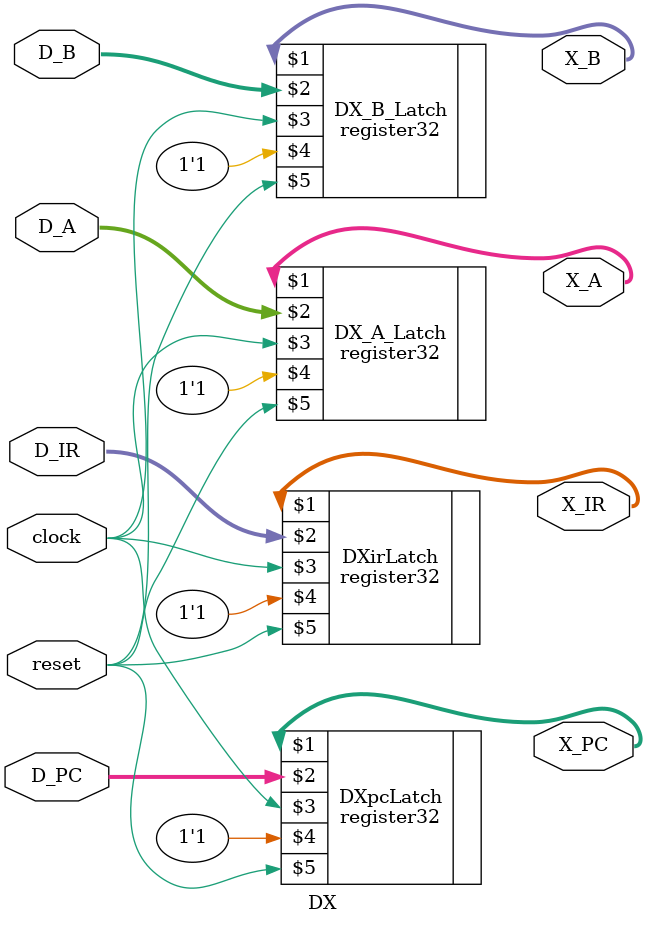
<source format=v>
module DX(X_PC, X_A, X_B, X_IR, D_PC, D_A, D_B, D_IR, clock, reset);
    input clock, reset;
    input [31:0] D_PC, D_A, D_B, D_IR;
    output [31:0] X_PC, X_A, X_B, X_IR;

    register32 DXpcLatch(X_PC, D_PC, clock, 1'b1, reset);
    register32 DX_A_Latch(X_A, D_A, clock, 1'b1, reset);
    register32 DX_B_Latch(X_B, D_B, clock, 1'b1, reset);
    register32 DXirLatch(X_IR, D_IR, clock, 1'b1, reset);
    
endmodule

</source>
